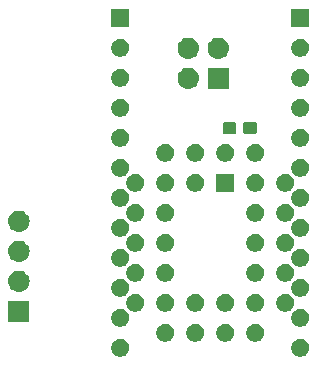
<source format=gbs>
G04 #@! TF.GenerationSoftware,KiCad,Pcbnew,(5.1.0)-1*
G04 #@! TF.CreationDate,2021-03-18T21:34:57+01:00*
G04 #@! TF.ProjectId,Atari OSS Cartridge internal,41746172-6920-44f5-9353-204361727472,rev?*
G04 #@! TF.SameCoordinates,Original*
G04 #@! TF.FileFunction,Soldermask,Bot*
G04 #@! TF.FilePolarity,Negative*
%FSLAX46Y46*%
G04 Gerber Fmt 4.6, Leading zero omitted, Abs format (unit mm)*
G04 Created by KiCad (PCBNEW (5.1.0)-1) date 2021-03-18 21:34:57*
%MOMM*%
%LPD*%
G04 APERTURE LIST*
%ADD10C,0.100000*%
G04 APERTURE END LIST*
D10*
G36*
X145078525Y-114024290D02*
G01*
X145217238Y-114081747D01*
X145342072Y-114165158D01*
X145448242Y-114271328D01*
X145531653Y-114396162D01*
X145589110Y-114534875D01*
X145618400Y-114682129D01*
X145618400Y-114832271D01*
X145589110Y-114979525D01*
X145531653Y-115118238D01*
X145448242Y-115243072D01*
X145342072Y-115349242D01*
X145217238Y-115432653D01*
X145078525Y-115490110D01*
X144931271Y-115519400D01*
X144781129Y-115519400D01*
X144633875Y-115490110D01*
X144495162Y-115432653D01*
X144370328Y-115349242D01*
X144264158Y-115243072D01*
X144180747Y-115118238D01*
X144123290Y-114979525D01*
X144094000Y-114832271D01*
X144094000Y-114682129D01*
X144123290Y-114534875D01*
X144180747Y-114396162D01*
X144264158Y-114271328D01*
X144370328Y-114165158D01*
X144495162Y-114081747D01*
X144633875Y-114024290D01*
X144781129Y-113995000D01*
X144931271Y-113995000D01*
X145078525Y-114024290D01*
X145078525Y-114024290D01*
G37*
G36*
X129838525Y-114024290D02*
G01*
X129977238Y-114081747D01*
X130102072Y-114165158D01*
X130208242Y-114271328D01*
X130291653Y-114396162D01*
X130349110Y-114534875D01*
X130378400Y-114682129D01*
X130378400Y-114832271D01*
X130349110Y-114979525D01*
X130291653Y-115118238D01*
X130208242Y-115243072D01*
X130102072Y-115349242D01*
X129977238Y-115432653D01*
X129838525Y-115490110D01*
X129691271Y-115519400D01*
X129541129Y-115519400D01*
X129393875Y-115490110D01*
X129255162Y-115432653D01*
X129130328Y-115349242D01*
X129024158Y-115243072D01*
X128940747Y-115118238D01*
X128883290Y-114979525D01*
X128854000Y-114832271D01*
X128854000Y-114682129D01*
X128883290Y-114534875D01*
X128940747Y-114396162D01*
X129024158Y-114271328D01*
X129130328Y-114165158D01*
X129255162Y-114081747D01*
X129393875Y-114024290D01*
X129541129Y-113995000D01*
X129691271Y-113995000D01*
X129838525Y-114024290D01*
X129838525Y-114024290D01*
G37*
G36*
X138728525Y-112754290D02*
G01*
X138867238Y-112811747D01*
X138992072Y-112895158D01*
X139098242Y-113001328D01*
X139181653Y-113126162D01*
X139239110Y-113264875D01*
X139268400Y-113412129D01*
X139268400Y-113562271D01*
X139239110Y-113709525D01*
X139181653Y-113848238D01*
X139098242Y-113973072D01*
X138992072Y-114079242D01*
X138867238Y-114162653D01*
X138728525Y-114220110D01*
X138581271Y-114249400D01*
X138431129Y-114249400D01*
X138283875Y-114220110D01*
X138145162Y-114162653D01*
X138020328Y-114079242D01*
X137914158Y-113973072D01*
X137830747Y-113848238D01*
X137773290Y-113709525D01*
X137744000Y-113562271D01*
X137744000Y-113412129D01*
X137773290Y-113264875D01*
X137830747Y-113126162D01*
X137914158Y-113001328D01*
X138020328Y-112895158D01*
X138145162Y-112811747D01*
X138283875Y-112754290D01*
X138431129Y-112725000D01*
X138581271Y-112725000D01*
X138728525Y-112754290D01*
X138728525Y-112754290D01*
G37*
G36*
X141268525Y-112754290D02*
G01*
X141407238Y-112811747D01*
X141532072Y-112895158D01*
X141638242Y-113001328D01*
X141721653Y-113126162D01*
X141779110Y-113264875D01*
X141808400Y-113412129D01*
X141808400Y-113562271D01*
X141779110Y-113709525D01*
X141721653Y-113848238D01*
X141638242Y-113973072D01*
X141532072Y-114079242D01*
X141407238Y-114162653D01*
X141268525Y-114220110D01*
X141121271Y-114249400D01*
X140971129Y-114249400D01*
X140823875Y-114220110D01*
X140685162Y-114162653D01*
X140560328Y-114079242D01*
X140454158Y-113973072D01*
X140370747Y-113848238D01*
X140313290Y-113709525D01*
X140284000Y-113562271D01*
X140284000Y-113412129D01*
X140313290Y-113264875D01*
X140370747Y-113126162D01*
X140454158Y-113001328D01*
X140560328Y-112895158D01*
X140685162Y-112811747D01*
X140823875Y-112754290D01*
X140971129Y-112725000D01*
X141121271Y-112725000D01*
X141268525Y-112754290D01*
X141268525Y-112754290D01*
G37*
G36*
X136188525Y-112754290D02*
G01*
X136327238Y-112811747D01*
X136452072Y-112895158D01*
X136558242Y-113001328D01*
X136641653Y-113126162D01*
X136699110Y-113264875D01*
X136728400Y-113412129D01*
X136728400Y-113562271D01*
X136699110Y-113709525D01*
X136641653Y-113848238D01*
X136558242Y-113973072D01*
X136452072Y-114079242D01*
X136327238Y-114162653D01*
X136188525Y-114220110D01*
X136041271Y-114249400D01*
X135891129Y-114249400D01*
X135743875Y-114220110D01*
X135605162Y-114162653D01*
X135480328Y-114079242D01*
X135374158Y-113973072D01*
X135290747Y-113848238D01*
X135233290Y-113709525D01*
X135204000Y-113562271D01*
X135204000Y-113412129D01*
X135233290Y-113264875D01*
X135290747Y-113126162D01*
X135374158Y-113001328D01*
X135480328Y-112895158D01*
X135605162Y-112811747D01*
X135743875Y-112754290D01*
X135891129Y-112725000D01*
X136041271Y-112725000D01*
X136188525Y-112754290D01*
X136188525Y-112754290D01*
G37*
G36*
X133648525Y-112754290D02*
G01*
X133787238Y-112811747D01*
X133912072Y-112895158D01*
X134018242Y-113001328D01*
X134101653Y-113126162D01*
X134159110Y-113264875D01*
X134188400Y-113412129D01*
X134188400Y-113562271D01*
X134159110Y-113709525D01*
X134101653Y-113848238D01*
X134018242Y-113973072D01*
X133912072Y-114079242D01*
X133787238Y-114162653D01*
X133648525Y-114220110D01*
X133501271Y-114249400D01*
X133351129Y-114249400D01*
X133203875Y-114220110D01*
X133065162Y-114162653D01*
X132940328Y-114079242D01*
X132834158Y-113973072D01*
X132750747Y-113848238D01*
X132693290Y-113709525D01*
X132664000Y-113562271D01*
X132664000Y-113412129D01*
X132693290Y-113264875D01*
X132750747Y-113126162D01*
X132834158Y-113001328D01*
X132940328Y-112895158D01*
X133065162Y-112811747D01*
X133203875Y-112754290D01*
X133351129Y-112725000D01*
X133501271Y-112725000D01*
X133648525Y-112754290D01*
X133648525Y-112754290D01*
G37*
G36*
X129838525Y-111484290D02*
G01*
X129977238Y-111541747D01*
X130102072Y-111625158D01*
X130208242Y-111731328D01*
X130291653Y-111856162D01*
X130349110Y-111994875D01*
X130378400Y-112142129D01*
X130378400Y-112292271D01*
X130349110Y-112439525D01*
X130291653Y-112578238D01*
X130208242Y-112703072D01*
X130102072Y-112809242D01*
X129977238Y-112892653D01*
X129838525Y-112950110D01*
X129691271Y-112979400D01*
X129541129Y-112979400D01*
X129393875Y-112950110D01*
X129255162Y-112892653D01*
X129130328Y-112809242D01*
X129024158Y-112703072D01*
X128940747Y-112578238D01*
X128883290Y-112439525D01*
X128854000Y-112292271D01*
X128854000Y-112142129D01*
X128883290Y-111994875D01*
X128940747Y-111856162D01*
X129024158Y-111731328D01*
X129130328Y-111625158D01*
X129255162Y-111541747D01*
X129393875Y-111484290D01*
X129541129Y-111455000D01*
X129691271Y-111455000D01*
X129838525Y-111484290D01*
X129838525Y-111484290D01*
G37*
G36*
X145078525Y-111484290D02*
G01*
X145217238Y-111541747D01*
X145342072Y-111625158D01*
X145448242Y-111731328D01*
X145531653Y-111856162D01*
X145589110Y-111994875D01*
X145618400Y-112142129D01*
X145618400Y-112292271D01*
X145589110Y-112439525D01*
X145531653Y-112578238D01*
X145448242Y-112703072D01*
X145342072Y-112809242D01*
X145217238Y-112892653D01*
X145078525Y-112950110D01*
X144931271Y-112979400D01*
X144781129Y-112979400D01*
X144633875Y-112950110D01*
X144495162Y-112892653D01*
X144370328Y-112809242D01*
X144264158Y-112703072D01*
X144180747Y-112578238D01*
X144123290Y-112439525D01*
X144094000Y-112292271D01*
X144094000Y-112142129D01*
X144123290Y-111994875D01*
X144180747Y-111856162D01*
X144264158Y-111731328D01*
X144370328Y-111625158D01*
X144495162Y-111541747D01*
X144633875Y-111484290D01*
X144781129Y-111455000D01*
X144931271Y-111455000D01*
X145078525Y-111484290D01*
X145078525Y-111484290D01*
G37*
G36*
X121932000Y-112584800D02*
G01*
X120130000Y-112584800D01*
X120130000Y-110782800D01*
X121932000Y-110782800D01*
X121932000Y-112584800D01*
X121932000Y-112584800D01*
G37*
G36*
X138728525Y-110214290D02*
G01*
X138867238Y-110271747D01*
X138992072Y-110355158D01*
X139098242Y-110461328D01*
X139181653Y-110586162D01*
X139239110Y-110724875D01*
X139268400Y-110872129D01*
X139268400Y-111022271D01*
X139239110Y-111169525D01*
X139181653Y-111308238D01*
X139098242Y-111433072D01*
X138992072Y-111539242D01*
X138867238Y-111622653D01*
X138728525Y-111680110D01*
X138581271Y-111709400D01*
X138431129Y-111709400D01*
X138283875Y-111680110D01*
X138145162Y-111622653D01*
X138020328Y-111539242D01*
X137914158Y-111433072D01*
X137830747Y-111308238D01*
X137773290Y-111169525D01*
X137744000Y-111022271D01*
X137744000Y-110872129D01*
X137773290Y-110724875D01*
X137830747Y-110586162D01*
X137914158Y-110461328D01*
X138020328Y-110355158D01*
X138145162Y-110271747D01*
X138283875Y-110214290D01*
X138431129Y-110185000D01*
X138581271Y-110185000D01*
X138728525Y-110214290D01*
X138728525Y-110214290D01*
G37*
G36*
X131108525Y-110214290D02*
G01*
X131247238Y-110271747D01*
X131372072Y-110355158D01*
X131478242Y-110461328D01*
X131561653Y-110586162D01*
X131619110Y-110724875D01*
X131648400Y-110872129D01*
X131648400Y-111022271D01*
X131619110Y-111169525D01*
X131561653Y-111308238D01*
X131478242Y-111433072D01*
X131372072Y-111539242D01*
X131247238Y-111622653D01*
X131108525Y-111680110D01*
X130961271Y-111709400D01*
X130811129Y-111709400D01*
X130663875Y-111680110D01*
X130525162Y-111622653D01*
X130400328Y-111539242D01*
X130294158Y-111433072D01*
X130210747Y-111308238D01*
X130153290Y-111169525D01*
X130124000Y-111022271D01*
X130124000Y-110872129D01*
X130153290Y-110724875D01*
X130210747Y-110586162D01*
X130294158Y-110461328D01*
X130400328Y-110355158D01*
X130525162Y-110271747D01*
X130663875Y-110214290D01*
X130811129Y-110185000D01*
X130961271Y-110185000D01*
X131108525Y-110214290D01*
X131108525Y-110214290D01*
G37*
G36*
X136188525Y-110214290D02*
G01*
X136327238Y-110271747D01*
X136452072Y-110355158D01*
X136558242Y-110461328D01*
X136641653Y-110586162D01*
X136699110Y-110724875D01*
X136728400Y-110872129D01*
X136728400Y-111022271D01*
X136699110Y-111169525D01*
X136641653Y-111308238D01*
X136558242Y-111433072D01*
X136452072Y-111539242D01*
X136327238Y-111622653D01*
X136188525Y-111680110D01*
X136041271Y-111709400D01*
X135891129Y-111709400D01*
X135743875Y-111680110D01*
X135605162Y-111622653D01*
X135480328Y-111539242D01*
X135374158Y-111433072D01*
X135290747Y-111308238D01*
X135233290Y-111169525D01*
X135204000Y-111022271D01*
X135204000Y-110872129D01*
X135233290Y-110724875D01*
X135290747Y-110586162D01*
X135374158Y-110461328D01*
X135480328Y-110355158D01*
X135605162Y-110271747D01*
X135743875Y-110214290D01*
X135891129Y-110185000D01*
X136041271Y-110185000D01*
X136188525Y-110214290D01*
X136188525Y-110214290D01*
G37*
G36*
X133648525Y-110214290D02*
G01*
X133787238Y-110271747D01*
X133912072Y-110355158D01*
X134018242Y-110461328D01*
X134101653Y-110586162D01*
X134159110Y-110724875D01*
X134188400Y-110872129D01*
X134188400Y-111022271D01*
X134159110Y-111169525D01*
X134101653Y-111308238D01*
X134018242Y-111433072D01*
X133912072Y-111539242D01*
X133787238Y-111622653D01*
X133648525Y-111680110D01*
X133501271Y-111709400D01*
X133351129Y-111709400D01*
X133203875Y-111680110D01*
X133065162Y-111622653D01*
X132940328Y-111539242D01*
X132834158Y-111433072D01*
X132750747Y-111308238D01*
X132693290Y-111169525D01*
X132664000Y-111022271D01*
X132664000Y-110872129D01*
X132693290Y-110724875D01*
X132750747Y-110586162D01*
X132834158Y-110461328D01*
X132940328Y-110355158D01*
X133065162Y-110271747D01*
X133203875Y-110214290D01*
X133351129Y-110185000D01*
X133501271Y-110185000D01*
X133648525Y-110214290D01*
X133648525Y-110214290D01*
G37*
G36*
X143808525Y-110214290D02*
G01*
X143947238Y-110271747D01*
X144072072Y-110355158D01*
X144178242Y-110461328D01*
X144261653Y-110586162D01*
X144319110Y-110724875D01*
X144348400Y-110872129D01*
X144348400Y-111022271D01*
X144319110Y-111169525D01*
X144261653Y-111308238D01*
X144178242Y-111433072D01*
X144072072Y-111539242D01*
X143947238Y-111622653D01*
X143808525Y-111680110D01*
X143661271Y-111709400D01*
X143511129Y-111709400D01*
X143363875Y-111680110D01*
X143225162Y-111622653D01*
X143100328Y-111539242D01*
X142994158Y-111433072D01*
X142910747Y-111308238D01*
X142853290Y-111169525D01*
X142824000Y-111022271D01*
X142824000Y-110872129D01*
X142853290Y-110724875D01*
X142910747Y-110586162D01*
X142994158Y-110461328D01*
X143100328Y-110355158D01*
X143225162Y-110271747D01*
X143363875Y-110214290D01*
X143511129Y-110185000D01*
X143661271Y-110185000D01*
X143808525Y-110214290D01*
X143808525Y-110214290D01*
G37*
G36*
X141268525Y-110214290D02*
G01*
X141407238Y-110271747D01*
X141532072Y-110355158D01*
X141638242Y-110461328D01*
X141721653Y-110586162D01*
X141779110Y-110724875D01*
X141808400Y-110872129D01*
X141808400Y-111022271D01*
X141779110Y-111169525D01*
X141721653Y-111308238D01*
X141638242Y-111433072D01*
X141532072Y-111539242D01*
X141407238Y-111622653D01*
X141268525Y-111680110D01*
X141121271Y-111709400D01*
X140971129Y-111709400D01*
X140823875Y-111680110D01*
X140685162Y-111622653D01*
X140560328Y-111539242D01*
X140454158Y-111433072D01*
X140370747Y-111308238D01*
X140313290Y-111169525D01*
X140284000Y-111022271D01*
X140284000Y-110872129D01*
X140313290Y-110724875D01*
X140370747Y-110586162D01*
X140454158Y-110461328D01*
X140560328Y-110355158D01*
X140685162Y-110271747D01*
X140823875Y-110214290D01*
X140971129Y-110185000D01*
X141121271Y-110185000D01*
X141268525Y-110214290D01*
X141268525Y-110214290D01*
G37*
G36*
X145078525Y-108944290D02*
G01*
X145217238Y-109001747D01*
X145342072Y-109085158D01*
X145448242Y-109191328D01*
X145531653Y-109316162D01*
X145589110Y-109454875D01*
X145618400Y-109602129D01*
X145618400Y-109752271D01*
X145589110Y-109899525D01*
X145531653Y-110038238D01*
X145448242Y-110163072D01*
X145342072Y-110269242D01*
X145217238Y-110352653D01*
X145078525Y-110410110D01*
X144931271Y-110439400D01*
X144781129Y-110439400D01*
X144633875Y-110410110D01*
X144495162Y-110352653D01*
X144370328Y-110269242D01*
X144264158Y-110163072D01*
X144180747Y-110038238D01*
X144123290Y-109899525D01*
X144094000Y-109752271D01*
X144094000Y-109602129D01*
X144123290Y-109454875D01*
X144180747Y-109316162D01*
X144264158Y-109191328D01*
X144370328Y-109085158D01*
X144495162Y-109001747D01*
X144633875Y-108944290D01*
X144781129Y-108915000D01*
X144931271Y-108915000D01*
X145078525Y-108944290D01*
X145078525Y-108944290D01*
G37*
G36*
X129838525Y-108944290D02*
G01*
X129977238Y-109001747D01*
X130102072Y-109085158D01*
X130208242Y-109191328D01*
X130291653Y-109316162D01*
X130349110Y-109454875D01*
X130378400Y-109602129D01*
X130378400Y-109752271D01*
X130349110Y-109899525D01*
X130291653Y-110038238D01*
X130208242Y-110163072D01*
X130102072Y-110269242D01*
X129977238Y-110352653D01*
X129838525Y-110410110D01*
X129691271Y-110439400D01*
X129541129Y-110439400D01*
X129393875Y-110410110D01*
X129255162Y-110352653D01*
X129130328Y-110269242D01*
X129024158Y-110163072D01*
X128940747Y-110038238D01*
X128883290Y-109899525D01*
X128854000Y-109752271D01*
X128854000Y-109602129D01*
X128883290Y-109454875D01*
X128940747Y-109316162D01*
X129024158Y-109191328D01*
X129130328Y-109085158D01*
X129255162Y-109001747D01*
X129393875Y-108944290D01*
X129541129Y-108915000D01*
X129691271Y-108915000D01*
X129838525Y-108944290D01*
X129838525Y-108944290D01*
G37*
G36*
X121141443Y-108249319D02*
G01*
X121207627Y-108255837D01*
X121377466Y-108307357D01*
X121533991Y-108391022D01*
X121569729Y-108420352D01*
X121671186Y-108503614D01*
X121754448Y-108605071D01*
X121783778Y-108640809D01*
X121867443Y-108797334D01*
X121918963Y-108967173D01*
X121936359Y-109143800D01*
X121918963Y-109320427D01*
X121867443Y-109490266D01*
X121783778Y-109646791D01*
X121754448Y-109682529D01*
X121671186Y-109783986D01*
X121569729Y-109867248D01*
X121533991Y-109896578D01*
X121377466Y-109980243D01*
X121207627Y-110031763D01*
X121141894Y-110038237D01*
X121075260Y-110044800D01*
X120986740Y-110044800D01*
X120920106Y-110038237D01*
X120854373Y-110031763D01*
X120684534Y-109980243D01*
X120528009Y-109896578D01*
X120492271Y-109867248D01*
X120390814Y-109783986D01*
X120307552Y-109682529D01*
X120278222Y-109646791D01*
X120194557Y-109490266D01*
X120143037Y-109320427D01*
X120125641Y-109143800D01*
X120143037Y-108967173D01*
X120194557Y-108797334D01*
X120278222Y-108640809D01*
X120307552Y-108605071D01*
X120390814Y-108503614D01*
X120492271Y-108420352D01*
X120528009Y-108391022D01*
X120684534Y-108307357D01*
X120854373Y-108255837D01*
X120920557Y-108249319D01*
X120986740Y-108242800D01*
X121075260Y-108242800D01*
X121141443Y-108249319D01*
X121141443Y-108249319D01*
G37*
G36*
X133648525Y-107674290D02*
G01*
X133787238Y-107731747D01*
X133912072Y-107815158D01*
X134018242Y-107921328D01*
X134101653Y-108046162D01*
X134159110Y-108184875D01*
X134188400Y-108332129D01*
X134188400Y-108482271D01*
X134159110Y-108629525D01*
X134101653Y-108768238D01*
X134018242Y-108893072D01*
X133912072Y-108999242D01*
X133787238Y-109082653D01*
X133648525Y-109140110D01*
X133501271Y-109169400D01*
X133351129Y-109169400D01*
X133203875Y-109140110D01*
X133065162Y-109082653D01*
X132940328Y-108999242D01*
X132834158Y-108893072D01*
X132750747Y-108768238D01*
X132693290Y-108629525D01*
X132664000Y-108482271D01*
X132664000Y-108332129D01*
X132693290Y-108184875D01*
X132750747Y-108046162D01*
X132834158Y-107921328D01*
X132940328Y-107815158D01*
X133065162Y-107731747D01*
X133203875Y-107674290D01*
X133351129Y-107645000D01*
X133501271Y-107645000D01*
X133648525Y-107674290D01*
X133648525Y-107674290D01*
G37*
G36*
X143808525Y-107674290D02*
G01*
X143947238Y-107731747D01*
X144072072Y-107815158D01*
X144178242Y-107921328D01*
X144261653Y-108046162D01*
X144319110Y-108184875D01*
X144348400Y-108332129D01*
X144348400Y-108482271D01*
X144319110Y-108629525D01*
X144261653Y-108768238D01*
X144178242Y-108893072D01*
X144072072Y-108999242D01*
X143947238Y-109082653D01*
X143808525Y-109140110D01*
X143661271Y-109169400D01*
X143511129Y-109169400D01*
X143363875Y-109140110D01*
X143225162Y-109082653D01*
X143100328Y-108999242D01*
X142994158Y-108893072D01*
X142910747Y-108768238D01*
X142853290Y-108629525D01*
X142824000Y-108482271D01*
X142824000Y-108332129D01*
X142853290Y-108184875D01*
X142910747Y-108046162D01*
X142994158Y-107921328D01*
X143100328Y-107815158D01*
X143225162Y-107731747D01*
X143363875Y-107674290D01*
X143511129Y-107645000D01*
X143661271Y-107645000D01*
X143808525Y-107674290D01*
X143808525Y-107674290D01*
G37*
G36*
X141268525Y-107674290D02*
G01*
X141407238Y-107731747D01*
X141532072Y-107815158D01*
X141638242Y-107921328D01*
X141721653Y-108046162D01*
X141779110Y-108184875D01*
X141808400Y-108332129D01*
X141808400Y-108482271D01*
X141779110Y-108629525D01*
X141721653Y-108768238D01*
X141638242Y-108893072D01*
X141532072Y-108999242D01*
X141407238Y-109082653D01*
X141268525Y-109140110D01*
X141121271Y-109169400D01*
X140971129Y-109169400D01*
X140823875Y-109140110D01*
X140685162Y-109082653D01*
X140560328Y-108999242D01*
X140454158Y-108893072D01*
X140370747Y-108768238D01*
X140313290Y-108629525D01*
X140284000Y-108482271D01*
X140284000Y-108332129D01*
X140313290Y-108184875D01*
X140370747Y-108046162D01*
X140454158Y-107921328D01*
X140560328Y-107815158D01*
X140685162Y-107731747D01*
X140823875Y-107674290D01*
X140971129Y-107645000D01*
X141121271Y-107645000D01*
X141268525Y-107674290D01*
X141268525Y-107674290D01*
G37*
G36*
X131108525Y-107674290D02*
G01*
X131247238Y-107731747D01*
X131372072Y-107815158D01*
X131478242Y-107921328D01*
X131561653Y-108046162D01*
X131619110Y-108184875D01*
X131648400Y-108332129D01*
X131648400Y-108482271D01*
X131619110Y-108629525D01*
X131561653Y-108768238D01*
X131478242Y-108893072D01*
X131372072Y-108999242D01*
X131247238Y-109082653D01*
X131108525Y-109140110D01*
X130961271Y-109169400D01*
X130811129Y-109169400D01*
X130663875Y-109140110D01*
X130525162Y-109082653D01*
X130400328Y-108999242D01*
X130294158Y-108893072D01*
X130210747Y-108768238D01*
X130153290Y-108629525D01*
X130124000Y-108482271D01*
X130124000Y-108332129D01*
X130153290Y-108184875D01*
X130210747Y-108046162D01*
X130294158Y-107921328D01*
X130400328Y-107815158D01*
X130525162Y-107731747D01*
X130663875Y-107674290D01*
X130811129Y-107645000D01*
X130961271Y-107645000D01*
X131108525Y-107674290D01*
X131108525Y-107674290D01*
G37*
G36*
X129838525Y-106404290D02*
G01*
X129977238Y-106461747D01*
X130102072Y-106545158D01*
X130208242Y-106651328D01*
X130291653Y-106776162D01*
X130349110Y-106914875D01*
X130378400Y-107062129D01*
X130378400Y-107212271D01*
X130349110Y-107359525D01*
X130291653Y-107498238D01*
X130208242Y-107623072D01*
X130102072Y-107729242D01*
X129977238Y-107812653D01*
X129838525Y-107870110D01*
X129691271Y-107899400D01*
X129541129Y-107899400D01*
X129393875Y-107870110D01*
X129255162Y-107812653D01*
X129130328Y-107729242D01*
X129024158Y-107623072D01*
X128940747Y-107498238D01*
X128883290Y-107359525D01*
X128854000Y-107212271D01*
X128854000Y-107062129D01*
X128883290Y-106914875D01*
X128940747Y-106776162D01*
X129024158Y-106651328D01*
X129130328Y-106545158D01*
X129255162Y-106461747D01*
X129393875Y-106404290D01*
X129541129Y-106375000D01*
X129691271Y-106375000D01*
X129838525Y-106404290D01*
X129838525Y-106404290D01*
G37*
G36*
X145078525Y-106404290D02*
G01*
X145217238Y-106461747D01*
X145342072Y-106545158D01*
X145448242Y-106651328D01*
X145531653Y-106776162D01*
X145589110Y-106914875D01*
X145618400Y-107062129D01*
X145618400Y-107212271D01*
X145589110Y-107359525D01*
X145531653Y-107498238D01*
X145448242Y-107623072D01*
X145342072Y-107729242D01*
X145217238Y-107812653D01*
X145078525Y-107870110D01*
X144931271Y-107899400D01*
X144781129Y-107899400D01*
X144633875Y-107870110D01*
X144495162Y-107812653D01*
X144370328Y-107729242D01*
X144264158Y-107623072D01*
X144180747Y-107498238D01*
X144123290Y-107359525D01*
X144094000Y-107212271D01*
X144094000Y-107062129D01*
X144123290Y-106914875D01*
X144180747Y-106776162D01*
X144264158Y-106651328D01*
X144370328Y-106545158D01*
X144495162Y-106461747D01*
X144633875Y-106404290D01*
X144781129Y-106375000D01*
X144931271Y-106375000D01*
X145078525Y-106404290D01*
X145078525Y-106404290D01*
G37*
G36*
X121141442Y-105709318D02*
G01*
X121207627Y-105715837D01*
X121377466Y-105767357D01*
X121533991Y-105851022D01*
X121569729Y-105880352D01*
X121671186Y-105963614D01*
X121754448Y-106065071D01*
X121783778Y-106100809D01*
X121867443Y-106257334D01*
X121918963Y-106427173D01*
X121936359Y-106603800D01*
X121918963Y-106780427D01*
X121867443Y-106950266D01*
X121783778Y-107106791D01*
X121754448Y-107142529D01*
X121671186Y-107243986D01*
X121569729Y-107327248D01*
X121533991Y-107356578D01*
X121377466Y-107440243D01*
X121207627Y-107491763D01*
X121141894Y-107498237D01*
X121075260Y-107504800D01*
X120986740Y-107504800D01*
X120920106Y-107498237D01*
X120854373Y-107491763D01*
X120684534Y-107440243D01*
X120528009Y-107356578D01*
X120492271Y-107327248D01*
X120390814Y-107243986D01*
X120307552Y-107142529D01*
X120278222Y-107106791D01*
X120194557Y-106950266D01*
X120143037Y-106780427D01*
X120125641Y-106603800D01*
X120143037Y-106427173D01*
X120194557Y-106257334D01*
X120278222Y-106100809D01*
X120307552Y-106065071D01*
X120390814Y-105963614D01*
X120492271Y-105880352D01*
X120528009Y-105851022D01*
X120684534Y-105767357D01*
X120854373Y-105715837D01*
X120920558Y-105709318D01*
X120986740Y-105702800D01*
X121075260Y-105702800D01*
X121141442Y-105709318D01*
X121141442Y-105709318D01*
G37*
G36*
X133648525Y-105134290D02*
G01*
X133787238Y-105191747D01*
X133912072Y-105275158D01*
X134018242Y-105381328D01*
X134101653Y-105506162D01*
X134159110Y-105644875D01*
X134188400Y-105792129D01*
X134188400Y-105942271D01*
X134159110Y-106089525D01*
X134101653Y-106228238D01*
X134018242Y-106353072D01*
X133912072Y-106459242D01*
X133787238Y-106542653D01*
X133648525Y-106600110D01*
X133501271Y-106629400D01*
X133351129Y-106629400D01*
X133203875Y-106600110D01*
X133065162Y-106542653D01*
X132940328Y-106459242D01*
X132834158Y-106353072D01*
X132750747Y-106228238D01*
X132693290Y-106089525D01*
X132664000Y-105942271D01*
X132664000Y-105792129D01*
X132693290Y-105644875D01*
X132750747Y-105506162D01*
X132834158Y-105381328D01*
X132940328Y-105275158D01*
X133065162Y-105191747D01*
X133203875Y-105134290D01*
X133351129Y-105105000D01*
X133501271Y-105105000D01*
X133648525Y-105134290D01*
X133648525Y-105134290D01*
G37*
G36*
X131108525Y-105134290D02*
G01*
X131247238Y-105191747D01*
X131372072Y-105275158D01*
X131478242Y-105381328D01*
X131561653Y-105506162D01*
X131619110Y-105644875D01*
X131648400Y-105792129D01*
X131648400Y-105942271D01*
X131619110Y-106089525D01*
X131561653Y-106228238D01*
X131478242Y-106353072D01*
X131372072Y-106459242D01*
X131247238Y-106542653D01*
X131108525Y-106600110D01*
X130961271Y-106629400D01*
X130811129Y-106629400D01*
X130663875Y-106600110D01*
X130525162Y-106542653D01*
X130400328Y-106459242D01*
X130294158Y-106353072D01*
X130210747Y-106228238D01*
X130153290Y-106089525D01*
X130124000Y-105942271D01*
X130124000Y-105792129D01*
X130153290Y-105644875D01*
X130210747Y-105506162D01*
X130294158Y-105381328D01*
X130400328Y-105275158D01*
X130525162Y-105191747D01*
X130663875Y-105134290D01*
X130811129Y-105105000D01*
X130961271Y-105105000D01*
X131108525Y-105134290D01*
X131108525Y-105134290D01*
G37*
G36*
X141268525Y-105134290D02*
G01*
X141407238Y-105191747D01*
X141532072Y-105275158D01*
X141638242Y-105381328D01*
X141721653Y-105506162D01*
X141779110Y-105644875D01*
X141808400Y-105792129D01*
X141808400Y-105942271D01*
X141779110Y-106089525D01*
X141721653Y-106228238D01*
X141638242Y-106353072D01*
X141532072Y-106459242D01*
X141407238Y-106542653D01*
X141268525Y-106600110D01*
X141121271Y-106629400D01*
X140971129Y-106629400D01*
X140823875Y-106600110D01*
X140685162Y-106542653D01*
X140560328Y-106459242D01*
X140454158Y-106353072D01*
X140370747Y-106228238D01*
X140313290Y-106089525D01*
X140284000Y-105942271D01*
X140284000Y-105792129D01*
X140313290Y-105644875D01*
X140370747Y-105506162D01*
X140454158Y-105381328D01*
X140560328Y-105275158D01*
X140685162Y-105191747D01*
X140823875Y-105134290D01*
X140971129Y-105105000D01*
X141121271Y-105105000D01*
X141268525Y-105134290D01*
X141268525Y-105134290D01*
G37*
G36*
X143808525Y-105134290D02*
G01*
X143947238Y-105191747D01*
X144072072Y-105275158D01*
X144178242Y-105381328D01*
X144261653Y-105506162D01*
X144319110Y-105644875D01*
X144348400Y-105792129D01*
X144348400Y-105942271D01*
X144319110Y-106089525D01*
X144261653Y-106228238D01*
X144178242Y-106353072D01*
X144072072Y-106459242D01*
X143947238Y-106542653D01*
X143808525Y-106600110D01*
X143661271Y-106629400D01*
X143511129Y-106629400D01*
X143363875Y-106600110D01*
X143225162Y-106542653D01*
X143100328Y-106459242D01*
X142994158Y-106353072D01*
X142910747Y-106228238D01*
X142853290Y-106089525D01*
X142824000Y-105942271D01*
X142824000Y-105792129D01*
X142853290Y-105644875D01*
X142910747Y-105506162D01*
X142994158Y-105381328D01*
X143100328Y-105275158D01*
X143225162Y-105191747D01*
X143363875Y-105134290D01*
X143511129Y-105105000D01*
X143661271Y-105105000D01*
X143808525Y-105134290D01*
X143808525Y-105134290D01*
G37*
G36*
X145078525Y-103864290D02*
G01*
X145217238Y-103921747D01*
X145342072Y-104005158D01*
X145448242Y-104111328D01*
X145531653Y-104236162D01*
X145589110Y-104374875D01*
X145618400Y-104522129D01*
X145618400Y-104672271D01*
X145589110Y-104819525D01*
X145531653Y-104958238D01*
X145448242Y-105083072D01*
X145342072Y-105189242D01*
X145217238Y-105272653D01*
X145078525Y-105330110D01*
X144931271Y-105359400D01*
X144781129Y-105359400D01*
X144633875Y-105330110D01*
X144495162Y-105272653D01*
X144370328Y-105189242D01*
X144264158Y-105083072D01*
X144180747Y-104958238D01*
X144123290Y-104819525D01*
X144094000Y-104672271D01*
X144094000Y-104522129D01*
X144123290Y-104374875D01*
X144180747Y-104236162D01*
X144264158Y-104111328D01*
X144370328Y-104005158D01*
X144495162Y-103921747D01*
X144633875Y-103864290D01*
X144781129Y-103835000D01*
X144931271Y-103835000D01*
X145078525Y-103864290D01*
X145078525Y-103864290D01*
G37*
G36*
X129838525Y-103864290D02*
G01*
X129977238Y-103921747D01*
X130102072Y-104005158D01*
X130208242Y-104111328D01*
X130291653Y-104236162D01*
X130349110Y-104374875D01*
X130378400Y-104522129D01*
X130378400Y-104672271D01*
X130349110Y-104819525D01*
X130291653Y-104958238D01*
X130208242Y-105083072D01*
X130102072Y-105189242D01*
X129977238Y-105272653D01*
X129838525Y-105330110D01*
X129691271Y-105359400D01*
X129541129Y-105359400D01*
X129393875Y-105330110D01*
X129255162Y-105272653D01*
X129130328Y-105189242D01*
X129024158Y-105083072D01*
X128940747Y-104958238D01*
X128883290Y-104819525D01*
X128854000Y-104672271D01*
X128854000Y-104522129D01*
X128883290Y-104374875D01*
X128940747Y-104236162D01*
X129024158Y-104111328D01*
X129130328Y-104005158D01*
X129255162Y-103921747D01*
X129393875Y-103864290D01*
X129541129Y-103835000D01*
X129691271Y-103835000D01*
X129838525Y-103864290D01*
X129838525Y-103864290D01*
G37*
G36*
X121141442Y-103169318D02*
G01*
X121207627Y-103175837D01*
X121377466Y-103227357D01*
X121533991Y-103311022D01*
X121569729Y-103340352D01*
X121671186Y-103423614D01*
X121754448Y-103525071D01*
X121783778Y-103560809D01*
X121867443Y-103717334D01*
X121918963Y-103887173D01*
X121936359Y-104063800D01*
X121918963Y-104240427D01*
X121867443Y-104410266D01*
X121783778Y-104566791D01*
X121754448Y-104602529D01*
X121671186Y-104703986D01*
X121569729Y-104787248D01*
X121533991Y-104816578D01*
X121377466Y-104900243D01*
X121207627Y-104951763D01*
X121141894Y-104958237D01*
X121075260Y-104964800D01*
X120986740Y-104964800D01*
X120920106Y-104958237D01*
X120854373Y-104951763D01*
X120684534Y-104900243D01*
X120528009Y-104816578D01*
X120492271Y-104787248D01*
X120390814Y-104703986D01*
X120307552Y-104602529D01*
X120278222Y-104566791D01*
X120194557Y-104410266D01*
X120143037Y-104240427D01*
X120125641Y-104063800D01*
X120143037Y-103887173D01*
X120194557Y-103717334D01*
X120278222Y-103560809D01*
X120307552Y-103525071D01*
X120390814Y-103423614D01*
X120492271Y-103340352D01*
X120528009Y-103311022D01*
X120684534Y-103227357D01*
X120854373Y-103175837D01*
X120920557Y-103169319D01*
X120986740Y-103162800D01*
X121075260Y-103162800D01*
X121141442Y-103169318D01*
X121141442Y-103169318D01*
G37*
G36*
X131108525Y-102594290D02*
G01*
X131247238Y-102651747D01*
X131372072Y-102735158D01*
X131478242Y-102841328D01*
X131561653Y-102966162D01*
X131619110Y-103104875D01*
X131648400Y-103252129D01*
X131648400Y-103402271D01*
X131619110Y-103549525D01*
X131561653Y-103688238D01*
X131478242Y-103813072D01*
X131372072Y-103919242D01*
X131247238Y-104002653D01*
X131108525Y-104060110D01*
X130961271Y-104089400D01*
X130811129Y-104089400D01*
X130663875Y-104060110D01*
X130525162Y-104002653D01*
X130400328Y-103919242D01*
X130294158Y-103813072D01*
X130210747Y-103688238D01*
X130153290Y-103549525D01*
X130124000Y-103402271D01*
X130124000Y-103252129D01*
X130153290Y-103104875D01*
X130210747Y-102966162D01*
X130294158Y-102841328D01*
X130400328Y-102735158D01*
X130525162Y-102651747D01*
X130663875Y-102594290D01*
X130811129Y-102565000D01*
X130961271Y-102565000D01*
X131108525Y-102594290D01*
X131108525Y-102594290D01*
G37*
G36*
X133648525Y-102594290D02*
G01*
X133787238Y-102651747D01*
X133912072Y-102735158D01*
X134018242Y-102841328D01*
X134101653Y-102966162D01*
X134159110Y-103104875D01*
X134188400Y-103252129D01*
X134188400Y-103402271D01*
X134159110Y-103549525D01*
X134101653Y-103688238D01*
X134018242Y-103813072D01*
X133912072Y-103919242D01*
X133787238Y-104002653D01*
X133648525Y-104060110D01*
X133501271Y-104089400D01*
X133351129Y-104089400D01*
X133203875Y-104060110D01*
X133065162Y-104002653D01*
X132940328Y-103919242D01*
X132834158Y-103813072D01*
X132750747Y-103688238D01*
X132693290Y-103549525D01*
X132664000Y-103402271D01*
X132664000Y-103252129D01*
X132693290Y-103104875D01*
X132750747Y-102966162D01*
X132834158Y-102841328D01*
X132940328Y-102735158D01*
X133065162Y-102651747D01*
X133203875Y-102594290D01*
X133351129Y-102565000D01*
X133501271Y-102565000D01*
X133648525Y-102594290D01*
X133648525Y-102594290D01*
G37*
G36*
X143808525Y-102594290D02*
G01*
X143947238Y-102651747D01*
X144072072Y-102735158D01*
X144178242Y-102841328D01*
X144261653Y-102966162D01*
X144319110Y-103104875D01*
X144348400Y-103252129D01*
X144348400Y-103402271D01*
X144319110Y-103549525D01*
X144261653Y-103688238D01*
X144178242Y-103813072D01*
X144072072Y-103919242D01*
X143947238Y-104002653D01*
X143808525Y-104060110D01*
X143661271Y-104089400D01*
X143511129Y-104089400D01*
X143363875Y-104060110D01*
X143225162Y-104002653D01*
X143100328Y-103919242D01*
X142994158Y-103813072D01*
X142910747Y-103688238D01*
X142853290Y-103549525D01*
X142824000Y-103402271D01*
X142824000Y-103252129D01*
X142853290Y-103104875D01*
X142910747Y-102966162D01*
X142994158Y-102841328D01*
X143100328Y-102735158D01*
X143225162Y-102651747D01*
X143363875Y-102594290D01*
X143511129Y-102565000D01*
X143661271Y-102565000D01*
X143808525Y-102594290D01*
X143808525Y-102594290D01*
G37*
G36*
X141268525Y-102594290D02*
G01*
X141407238Y-102651747D01*
X141532072Y-102735158D01*
X141638242Y-102841328D01*
X141721653Y-102966162D01*
X141779110Y-103104875D01*
X141808400Y-103252129D01*
X141808400Y-103402271D01*
X141779110Y-103549525D01*
X141721653Y-103688238D01*
X141638242Y-103813072D01*
X141532072Y-103919242D01*
X141407238Y-104002653D01*
X141268525Y-104060110D01*
X141121271Y-104089400D01*
X140971129Y-104089400D01*
X140823875Y-104060110D01*
X140685162Y-104002653D01*
X140560328Y-103919242D01*
X140454158Y-103813072D01*
X140370747Y-103688238D01*
X140313290Y-103549525D01*
X140284000Y-103402271D01*
X140284000Y-103252129D01*
X140313290Y-103104875D01*
X140370747Y-102966162D01*
X140454158Y-102841328D01*
X140560328Y-102735158D01*
X140685162Y-102651747D01*
X140823875Y-102594290D01*
X140971129Y-102565000D01*
X141121271Y-102565000D01*
X141268525Y-102594290D01*
X141268525Y-102594290D01*
G37*
G36*
X145078525Y-101324290D02*
G01*
X145217238Y-101381747D01*
X145342072Y-101465158D01*
X145448242Y-101571328D01*
X145531653Y-101696162D01*
X145589110Y-101834875D01*
X145618400Y-101982129D01*
X145618400Y-102132271D01*
X145589110Y-102279525D01*
X145531653Y-102418238D01*
X145448242Y-102543072D01*
X145342072Y-102649242D01*
X145217238Y-102732653D01*
X145078525Y-102790110D01*
X144931271Y-102819400D01*
X144781129Y-102819400D01*
X144633875Y-102790110D01*
X144495162Y-102732653D01*
X144370328Y-102649242D01*
X144264158Y-102543072D01*
X144180747Y-102418238D01*
X144123290Y-102279525D01*
X144094000Y-102132271D01*
X144094000Y-101982129D01*
X144123290Y-101834875D01*
X144180747Y-101696162D01*
X144264158Y-101571328D01*
X144370328Y-101465158D01*
X144495162Y-101381747D01*
X144633875Y-101324290D01*
X144781129Y-101295000D01*
X144931271Y-101295000D01*
X145078525Y-101324290D01*
X145078525Y-101324290D01*
G37*
G36*
X129838525Y-101324290D02*
G01*
X129977238Y-101381747D01*
X130102072Y-101465158D01*
X130208242Y-101571328D01*
X130291653Y-101696162D01*
X130349110Y-101834875D01*
X130378400Y-101982129D01*
X130378400Y-102132271D01*
X130349110Y-102279525D01*
X130291653Y-102418238D01*
X130208242Y-102543072D01*
X130102072Y-102649242D01*
X129977238Y-102732653D01*
X129838525Y-102790110D01*
X129691271Y-102819400D01*
X129541129Y-102819400D01*
X129393875Y-102790110D01*
X129255162Y-102732653D01*
X129130328Y-102649242D01*
X129024158Y-102543072D01*
X128940747Y-102418238D01*
X128883290Y-102279525D01*
X128854000Y-102132271D01*
X128854000Y-101982129D01*
X128883290Y-101834875D01*
X128940747Y-101696162D01*
X129024158Y-101571328D01*
X129130328Y-101465158D01*
X129255162Y-101381747D01*
X129393875Y-101324290D01*
X129541129Y-101295000D01*
X129691271Y-101295000D01*
X129838525Y-101324290D01*
X129838525Y-101324290D01*
G37*
G36*
X131108525Y-100054290D02*
G01*
X131247238Y-100111747D01*
X131372072Y-100195158D01*
X131478242Y-100301328D01*
X131561653Y-100426162D01*
X131619110Y-100564875D01*
X131648400Y-100712129D01*
X131648400Y-100862271D01*
X131619110Y-101009525D01*
X131561653Y-101148238D01*
X131478242Y-101273072D01*
X131372072Y-101379242D01*
X131247238Y-101462653D01*
X131108525Y-101520110D01*
X130961271Y-101549400D01*
X130811129Y-101549400D01*
X130663875Y-101520110D01*
X130525162Y-101462653D01*
X130400328Y-101379242D01*
X130294158Y-101273072D01*
X130210747Y-101148238D01*
X130153290Y-101009525D01*
X130124000Y-100862271D01*
X130124000Y-100712129D01*
X130153290Y-100564875D01*
X130210747Y-100426162D01*
X130294158Y-100301328D01*
X130400328Y-100195158D01*
X130525162Y-100111747D01*
X130663875Y-100054290D01*
X130811129Y-100025000D01*
X130961271Y-100025000D01*
X131108525Y-100054290D01*
X131108525Y-100054290D01*
G37*
G36*
X143808525Y-100054290D02*
G01*
X143947238Y-100111747D01*
X144072072Y-100195158D01*
X144178242Y-100301328D01*
X144261653Y-100426162D01*
X144319110Y-100564875D01*
X144348400Y-100712129D01*
X144348400Y-100862271D01*
X144319110Y-101009525D01*
X144261653Y-101148238D01*
X144178242Y-101273072D01*
X144072072Y-101379242D01*
X143947238Y-101462653D01*
X143808525Y-101520110D01*
X143661271Y-101549400D01*
X143511129Y-101549400D01*
X143363875Y-101520110D01*
X143225162Y-101462653D01*
X143100328Y-101379242D01*
X142994158Y-101273072D01*
X142910747Y-101148238D01*
X142853290Y-101009525D01*
X142824000Y-100862271D01*
X142824000Y-100712129D01*
X142853290Y-100564875D01*
X142910747Y-100426162D01*
X142994158Y-100301328D01*
X143100328Y-100195158D01*
X143225162Y-100111747D01*
X143363875Y-100054290D01*
X143511129Y-100025000D01*
X143661271Y-100025000D01*
X143808525Y-100054290D01*
X143808525Y-100054290D01*
G37*
G36*
X141268525Y-100054290D02*
G01*
X141407238Y-100111747D01*
X141532072Y-100195158D01*
X141638242Y-100301328D01*
X141721653Y-100426162D01*
X141779110Y-100564875D01*
X141808400Y-100712129D01*
X141808400Y-100862271D01*
X141779110Y-101009525D01*
X141721653Y-101148238D01*
X141638242Y-101273072D01*
X141532072Y-101379242D01*
X141407238Y-101462653D01*
X141268525Y-101520110D01*
X141121271Y-101549400D01*
X140971129Y-101549400D01*
X140823875Y-101520110D01*
X140685162Y-101462653D01*
X140560328Y-101379242D01*
X140454158Y-101273072D01*
X140370747Y-101148238D01*
X140313290Y-101009525D01*
X140284000Y-100862271D01*
X140284000Y-100712129D01*
X140313290Y-100564875D01*
X140370747Y-100426162D01*
X140454158Y-100301328D01*
X140560328Y-100195158D01*
X140685162Y-100111747D01*
X140823875Y-100054290D01*
X140971129Y-100025000D01*
X141121271Y-100025000D01*
X141268525Y-100054290D01*
X141268525Y-100054290D01*
G37*
G36*
X133648525Y-100054290D02*
G01*
X133787238Y-100111747D01*
X133912072Y-100195158D01*
X134018242Y-100301328D01*
X134101653Y-100426162D01*
X134159110Y-100564875D01*
X134188400Y-100712129D01*
X134188400Y-100862271D01*
X134159110Y-101009525D01*
X134101653Y-101148238D01*
X134018242Y-101273072D01*
X133912072Y-101379242D01*
X133787238Y-101462653D01*
X133648525Y-101520110D01*
X133501271Y-101549400D01*
X133351129Y-101549400D01*
X133203875Y-101520110D01*
X133065162Y-101462653D01*
X132940328Y-101379242D01*
X132834158Y-101273072D01*
X132750747Y-101148238D01*
X132693290Y-101009525D01*
X132664000Y-100862271D01*
X132664000Y-100712129D01*
X132693290Y-100564875D01*
X132750747Y-100426162D01*
X132834158Y-100301328D01*
X132940328Y-100195158D01*
X133065162Y-100111747D01*
X133203875Y-100054290D01*
X133351129Y-100025000D01*
X133501271Y-100025000D01*
X133648525Y-100054290D01*
X133648525Y-100054290D01*
G37*
G36*
X136188525Y-100054290D02*
G01*
X136327238Y-100111747D01*
X136452072Y-100195158D01*
X136558242Y-100301328D01*
X136641653Y-100426162D01*
X136699110Y-100564875D01*
X136728400Y-100712129D01*
X136728400Y-100862271D01*
X136699110Y-101009525D01*
X136641653Y-101148238D01*
X136558242Y-101273072D01*
X136452072Y-101379242D01*
X136327238Y-101462653D01*
X136188525Y-101520110D01*
X136041271Y-101549400D01*
X135891129Y-101549400D01*
X135743875Y-101520110D01*
X135605162Y-101462653D01*
X135480328Y-101379242D01*
X135374158Y-101273072D01*
X135290747Y-101148238D01*
X135233290Y-101009525D01*
X135204000Y-100862271D01*
X135204000Y-100712129D01*
X135233290Y-100564875D01*
X135290747Y-100426162D01*
X135374158Y-100301328D01*
X135480328Y-100195158D01*
X135605162Y-100111747D01*
X135743875Y-100054290D01*
X135891129Y-100025000D01*
X136041271Y-100025000D01*
X136188525Y-100054290D01*
X136188525Y-100054290D01*
G37*
G36*
X139268400Y-101549400D02*
G01*
X137744000Y-101549400D01*
X137744000Y-100025000D01*
X139268400Y-100025000D01*
X139268400Y-101549400D01*
X139268400Y-101549400D01*
G37*
G36*
X129838525Y-98784290D02*
G01*
X129977238Y-98841747D01*
X130102072Y-98925158D01*
X130208242Y-99031328D01*
X130291653Y-99156162D01*
X130349110Y-99294875D01*
X130378400Y-99442129D01*
X130378400Y-99592271D01*
X130349110Y-99739525D01*
X130291653Y-99878238D01*
X130208242Y-100003072D01*
X130102072Y-100109242D01*
X129977238Y-100192653D01*
X129838525Y-100250110D01*
X129691271Y-100279400D01*
X129541129Y-100279400D01*
X129393875Y-100250110D01*
X129255162Y-100192653D01*
X129130328Y-100109242D01*
X129024158Y-100003072D01*
X128940747Y-99878238D01*
X128883290Y-99739525D01*
X128854000Y-99592271D01*
X128854000Y-99442129D01*
X128883290Y-99294875D01*
X128940747Y-99156162D01*
X129024158Y-99031328D01*
X129130328Y-98925158D01*
X129255162Y-98841747D01*
X129393875Y-98784290D01*
X129541129Y-98755000D01*
X129691271Y-98755000D01*
X129838525Y-98784290D01*
X129838525Y-98784290D01*
G37*
G36*
X145078525Y-98784290D02*
G01*
X145217238Y-98841747D01*
X145342072Y-98925158D01*
X145448242Y-99031328D01*
X145531653Y-99156162D01*
X145589110Y-99294875D01*
X145618400Y-99442129D01*
X145618400Y-99592271D01*
X145589110Y-99739525D01*
X145531653Y-99878238D01*
X145448242Y-100003072D01*
X145342072Y-100109242D01*
X145217238Y-100192653D01*
X145078525Y-100250110D01*
X144931271Y-100279400D01*
X144781129Y-100279400D01*
X144633875Y-100250110D01*
X144495162Y-100192653D01*
X144370328Y-100109242D01*
X144264158Y-100003072D01*
X144180747Y-99878238D01*
X144123290Y-99739525D01*
X144094000Y-99592271D01*
X144094000Y-99442129D01*
X144123290Y-99294875D01*
X144180747Y-99156162D01*
X144264158Y-99031328D01*
X144370328Y-98925158D01*
X144495162Y-98841747D01*
X144633875Y-98784290D01*
X144781129Y-98755000D01*
X144931271Y-98755000D01*
X145078525Y-98784290D01*
X145078525Y-98784290D01*
G37*
G36*
X141268525Y-97514290D02*
G01*
X141407238Y-97571747D01*
X141532072Y-97655158D01*
X141638242Y-97761328D01*
X141721653Y-97886162D01*
X141779110Y-98024875D01*
X141808400Y-98172129D01*
X141808400Y-98322271D01*
X141779110Y-98469525D01*
X141721653Y-98608238D01*
X141638242Y-98733072D01*
X141532072Y-98839242D01*
X141407238Y-98922653D01*
X141268525Y-98980110D01*
X141121271Y-99009400D01*
X140971129Y-99009400D01*
X140823875Y-98980110D01*
X140685162Y-98922653D01*
X140560328Y-98839242D01*
X140454158Y-98733072D01*
X140370747Y-98608238D01*
X140313290Y-98469525D01*
X140284000Y-98322271D01*
X140284000Y-98172129D01*
X140313290Y-98024875D01*
X140370747Y-97886162D01*
X140454158Y-97761328D01*
X140560328Y-97655158D01*
X140685162Y-97571747D01*
X140823875Y-97514290D01*
X140971129Y-97485000D01*
X141121271Y-97485000D01*
X141268525Y-97514290D01*
X141268525Y-97514290D01*
G37*
G36*
X138728525Y-97514290D02*
G01*
X138867238Y-97571747D01*
X138992072Y-97655158D01*
X139098242Y-97761328D01*
X139181653Y-97886162D01*
X139239110Y-98024875D01*
X139268400Y-98172129D01*
X139268400Y-98322271D01*
X139239110Y-98469525D01*
X139181653Y-98608238D01*
X139098242Y-98733072D01*
X138992072Y-98839242D01*
X138867238Y-98922653D01*
X138728525Y-98980110D01*
X138581271Y-99009400D01*
X138431129Y-99009400D01*
X138283875Y-98980110D01*
X138145162Y-98922653D01*
X138020328Y-98839242D01*
X137914158Y-98733072D01*
X137830747Y-98608238D01*
X137773290Y-98469525D01*
X137744000Y-98322271D01*
X137744000Y-98172129D01*
X137773290Y-98024875D01*
X137830747Y-97886162D01*
X137914158Y-97761328D01*
X138020328Y-97655158D01*
X138145162Y-97571747D01*
X138283875Y-97514290D01*
X138431129Y-97485000D01*
X138581271Y-97485000D01*
X138728525Y-97514290D01*
X138728525Y-97514290D01*
G37*
G36*
X133648525Y-97514290D02*
G01*
X133787238Y-97571747D01*
X133912072Y-97655158D01*
X134018242Y-97761328D01*
X134101653Y-97886162D01*
X134159110Y-98024875D01*
X134188400Y-98172129D01*
X134188400Y-98322271D01*
X134159110Y-98469525D01*
X134101653Y-98608238D01*
X134018242Y-98733072D01*
X133912072Y-98839242D01*
X133787238Y-98922653D01*
X133648525Y-98980110D01*
X133501271Y-99009400D01*
X133351129Y-99009400D01*
X133203875Y-98980110D01*
X133065162Y-98922653D01*
X132940328Y-98839242D01*
X132834158Y-98733072D01*
X132750747Y-98608238D01*
X132693290Y-98469525D01*
X132664000Y-98322271D01*
X132664000Y-98172129D01*
X132693290Y-98024875D01*
X132750747Y-97886162D01*
X132834158Y-97761328D01*
X132940328Y-97655158D01*
X133065162Y-97571747D01*
X133203875Y-97514290D01*
X133351129Y-97485000D01*
X133501271Y-97485000D01*
X133648525Y-97514290D01*
X133648525Y-97514290D01*
G37*
G36*
X136188525Y-97514290D02*
G01*
X136327238Y-97571747D01*
X136452072Y-97655158D01*
X136558242Y-97761328D01*
X136641653Y-97886162D01*
X136699110Y-98024875D01*
X136728400Y-98172129D01*
X136728400Y-98322271D01*
X136699110Y-98469525D01*
X136641653Y-98608238D01*
X136558242Y-98733072D01*
X136452072Y-98839242D01*
X136327238Y-98922653D01*
X136188525Y-98980110D01*
X136041271Y-99009400D01*
X135891129Y-99009400D01*
X135743875Y-98980110D01*
X135605162Y-98922653D01*
X135480328Y-98839242D01*
X135374158Y-98733072D01*
X135290747Y-98608238D01*
X135233290Y-98469525D01*
X135204000Y-98322271D01*
X135204000Y-98172129D01*
X135233290Y-98024875D01*
X135290747Y-97886162D01*
X135374158Y-97761328D01*
X135480328Y-97655158D01*
X135605162Y-97571747D01*
X135743875Y-97514290D01*
X135891129Y-97485000D01*
X136041271Y-97485000D01*
X136188525Y-97514290D01*
X136188525Y-97514290D01*
G37*
G36*
X129838525Y-96244290D02*
G01*
X129977238Y-96301747D01*
X130102072Y-96385158D01*
X130208242Y-96491328D01*
X130291653Y-96616162D01*
X130349110Y-96754875D01*
X130378400Y-96902129D01*
X130378400Y-97052271D01*
X130349110Y-97199525D01*
X130291653Y-97338238D01*
X130208242Y-97463072D01*
X130102072Y-97569242D01*
X129977238Y-97652653D01*
X129838525Y-97710110D01*
X129691271Y-97739400D01*
X129541129Y-97739400D01*
X129393875Y-97710110D01*
X129255162Y-97652653D01*
X129130328Y-97569242D01*
X129024158Y-97463072D01*
X128940747Y-97338238D01*
X128883290Y-97199525D01*
X128854000Y-97052271D01*
X128854000Y-96902129D01*
X128883290Y-96754875D01*
X128940747Y-96616162D01*
X129024158Y-96491328D01*
X129130328Y-96385158D01*
X129255162Y-96301747D01*
X129393875Y-96244290D01*
X129541129Y-96215000D01*
X129691271Y-96215000D01*
X129838525Y-96244290D01*
X129838525Y-96244290D01*
G37*
G36*
X145078525Y-96244290D02*
G01*
X145217238Y-96301747D01*
X145342072Y-96385158D01*
X145448242Y-96491328D01*
X145531653Y-96616162D01*
X145589110Y-96754875D01*
X145618400Y-96902129D01*
X145618400Y-97052271D01*
X145589110Y-97199525D01*
X145531653Y-97338238D01*
X145448242Y-97463072D01*
X145342072Y-97569242D01*
X145217238Y-97652653D01*
X145078525Y-97710110D01*
X144931271Y-97739400D01*
X144781129Y-97739400D01*
X144633875Y-97710110D01*
X144495162Y-97652653D01*
X144370328Y-97569242D01*
X144264158Y-97463072D01*
X144180747Y-97338238D01*
X144123290Y-97199525D01*
X144094000Y-97052271D01*
X144094000Y-96902129D01*
X144123290Y-96754875D01*
X144180747Y-96616162D01*
X144264158Y-96491328D01*
X144370328Y-96385158D01*
X144495162Y-96301747D01*
X144633875Y-96244290D01*
X144781129Y-96215000D01*
X144931271Y-96215000D01*
X145078525Y-96244290D01*
X145078525Y-96244290D01*
G37*
G36*
X141014899Y-95642845D02*
G01*
X141052395Y-95654220D01*
X141086954Y-95672692D01*
X141117247Y-95697553D01*
X141142108Y-95727846D01*
X141160580Y-95762405D01*
X141171955Y-95799901D01*
X141176400Y-95845038D01*
X141176400Y-96483762D01*
X141171955Y-96528899D01*
X141160580Y-96566395D01*
X141142108Y-96600954D01*
X141117247Y-96631247D01*
X141086954Y-96656108D01*
X141052395Y-96674580D01*
X141014899Y-96685955D01*
X140969762Y-96690400D01*
X140231038Y-96690400D01*
X140185901Y-96685955D01*
X140148405Y-96674580D01*
X140113846Y-96656108D01*
X140083553Y-96631247D01*
X140058692Y-96600954D01*
X140040220Y-96566395D01*
X140028845Y-96528899D01*
X140024400Y-96483762D01*
X140024400Y-95845038D01*
X140028845Y-95799901D01*
X140040220Y-95762405D01*
X140058692Y-95727846D01*
X140083553Y-95697553D01*
X140113846Y-95672692D01*
X140148405Y-95654220D01*
X140185901Y-95642845D01*
X140231038Y-95638400D01*
X140969762Y-95638400D01*
X141014899Y-95642845D01*
X141014899Y-95642845D01*
G37*
G36*
X139264899Y-95642845D02*
G01*
X139302395Y-95654220D01*
X139336954Y-95672692D01*
X139367247Y-95697553D01*
X139392108Y-95727846D01*
X139410580Y-95762405D01*
X139421955Y-95799901D01*
X139426400Y-95845038D01*
X139426400Y-96483762D01*
X139421955Y-96528899D01*
X139410580Y-96566395D01*
X139392108Y-96600954D01*
X139367247Y-96631247D01*
X139336954Y-96656108D01*
X139302395Y-96674580D01*
X139264899Y-96685955D01*
X139219762Y-96690400D01*
X138481038Y-96690400D01*
X138435901Y-96685955D01*
X138398405Y-96674580D01*
X138363846Y-96656108D01*
X138333553Y-96631247D01*
X138308692Y-96600954D01*
X138290220Y-96566395D01*
X138278845Y-96528899D01*
X138274400Y-96483762D01*
X138274400Y-95845038D01*
X138278845Y-95799901D01*
X138290220Y-95762405D01*
X138308692Y-95727846D01*
X138333553Y-95697553D01*
X138363846Y-95672692D01*
X138398405Y-95654220D01*
X138435901Y-95642845D01*
X138481038Y-95638400D01*
X139219762Y-95638400D01*
X139264899Y-95642845D01*
X139264899Y-95642845D01*
G37*
G36*
X145078525Y-93704290D02*
G01*
X145217238Y-93761747D01*
X145342072Y-93845158D01*
X145448242Y-93951328D01*
X145531653Y-94076162D01*
X145589110Y-94214875D01*
X145618400Y-94362129D01*
X145618400Y-94512271D01*
X145589110Y-94659525D01*
X145531653Y-94798238D01*
X145448242Y-94923072D01*
X145342072Y-95029242D01*
X145217238Y-95112653D01*
X145078525Y-95170110D01*
X144931271Y-95199400D01*
X144781129Y-95199400D01*
X144633875Y-95170110D01*
X144495162Y-95112653D01*
X144370328Y-95029242D01*
X144264158Y-94923072D01*
X144180747Y-94798238D01*
X144123290Y-94659525D01*
X144094000Y-94512271D01*
X144094000Y-94362129D01*
X144123290Y-94214875D01*
X144180747Y-94076162D01*
X144264158Y-93951328D01*
X144370328Y-93845158D01*
X144495162Y-93761747D01*
X144633875Y-93704290D01*
X144781129Y-93675000D01*
X144931271Y-93675000D01*
X145078525Y-93704290D01*
X145078525Y-93704290D01*
G37*
G36*
X129838525Y-93704290D02*
G01*
X129977238Y-93761747D01*
X130102072Y-93845158D01*
X130208242Y-93951328D01*
X130291653Y-94076162D01*
X130349110Y-94214875D01*
X130378400Y-94362129D01*
X130378400Y-94512271D01*
X130349110Y-94659525D01*
X130291653Y-94798238D01*
X130208242Y-94923072D01*
X130102072Y-95029242D01*
X129977238Y-95112653D01*
X129838525Y-95170110D01*
X129691271Y-95199400D01*
X129541129Y-95199400D01*
X129393875Y-95170110D01*
X129255162Y-95112653D01*
X129130328Y-95029242D01*
X129024158Y-94923072D01*
X128940747Y-94798238D01*
X128883290Y-94659525D01*
X128854000Y-94512271D01*
X128854000Y-94362129D01*
X128883290Y-94214875D01*
X128940747Y-94076162D01*
X129024158Y-93951328D01*
X129130328Y-93845158D01*
X129255162Y-93761747D01*
X129393875Y-93704290D01*
X129541129Y-93675000D01*
X129691271Y-93675000D01*
X129838525Y-93704290D01*
X129838525Y-93704290D01*
G37*
G36*
X135492442Y-91053518D02*
G01*
X135558627Y-91060037D01*
X135728466Y-91111557D01*
X135884991Y-91195222D01*
X135917312Y-91221747D01*
X136022186Y-91307814D01*
X136105448Y-91409271D01*
X136134778Y-91445009D01*
X136218443Y-91601534D01*
X136269963Y-91771373D01*
X136287359Y-91948000D01*
X136269963Y-92124627D01*
X136218443Y-92294466D01*
X136134778Y-92450991D01*
X136105448Y-92486729D01*
X136022186Y-92588186D01*
X135935410Y-92659400D01*
X135884991Y-92700778D01*
X135728466Y-92784443D01*
X135558627Y-92835963D01*
X135492442Y-92842482D01*
X135426260Y-92849000D01*
X135337740Y-92849000D01*
X135271558Y-92842482D01*
X135205373Y-92835963D01*
X135035534Y-92784443D01*
X134879009Y-92700778D01*
X134828590Y-92659400D01*
X134741814Y-92588186D01*
X134658552Y-92486729D01*
X134629222Y-92450991D01*
X134545557Y-92294466D01*
X134494037Y-92124627D01*
X134476641Y-91948000D01*
X134494037Y-91771373D01*
X134545557Y-91601534D01*
X134629222Y-91445009D01*
X134658552Y-91409271D01*
X134741814Y-91307814D01*
X134846688Y-91221747D01*
X134879009Y-91195222D01*
X135035534Y-91111557D01*
X135205373Y-91060037D01*
X135271558Y-91053518D01*
X135337740Y-91047000D01*
X135426260Y-91047000D01*
X135492442Y-91053518D01*
X135492442Y-91053518D01*
G37*
G36*
X138823000Y-92849000D02*
G01*
X137021000Y-92849000D01*
X137021000Y-91047000D01*
X138823000Y-91047000D01*
X138823000Y-92849000D01*
X138823000Y-92849000D01*
G37*
G36*
X145078525Y-91164290D02*
G01*
X145217238Y-91221747D01*
X145342072Y-91305158D01*
X145448242Y-91411328D01*
X145531653Y-91536162D01*
X145589110Y-91674875D01*
X145618400Y-91822129D01*
X145618400Y-91972271D01*
X145589110Y-92119525D01*
X145531653Y-92258238D01*
X145448242Y-92383072D01*
X145342072Y-92489242D01*
X145217238Y-92572653D01*
X145078525Y-92630110D01*
X144931271Y-92659400D01*
X144781129Y-92659400D01*
X144633875Y-92630110D01*
X144495162Y-92572653D01*
X144370328Y-92489242D01*
X144264158Y-92383072D01*
X144180747Y-92258238D01*
X144123290Y-92119525D01*
X144094000Y-91972271D01*
X144094000Y-91822129D01*
X144123290Y-91674875D01*
X144180747Y-91536162D01*
X144264158Y-91411328D01*
X144370328Y-91305158D01*
X144495162Y-91221747D01*
X144633875Y-91164290D01*
X144781129Y-91135000D01*
X144931271Y-91135000D01*
X145078525Y-91164290D01*
X145078525Y-91164290D01*
G37*
G36*
X129838525Y-91164290D02*
G01*
X129977238Y-91221747D01*
X130102072Y-91305158D01*
X130208242Y-91411328D01*
X130291653Y-91536162D01*
X130349110Y-91674875D01*
X130378400Y-91822129D01*
X130378400Y-91972271D01*
X130349110Y-92119525D01*
X130291653Y-92258238D01*
X130208242Y-92383072D01*
X130102072Y-92489242D01*
X129977238Y-92572653D01*
X129838525Y-92630110D01*
X129691271Y-92659400D01*
X129541129Y-92659400D01*
X129393875Y-92630110D01*
X129255162Y-92572653D01*
X129130328Y-92489242D01*
X129024158Y-92383072D01*
X128940747Y-92258238D01*
X128883290Y-92119525D01*
X128854000Y-91972271D01*
X128854000Y-91822129D01*
X128883290Y-91674875D01*
X128940747Y-91536162D01*
X129024158Y-91411328D01*
X129130328Y-91305158D01*
X129255162Y-91221747D01*
X129393875Y-91164290D01*
X129541129Y-91135000D01*
X129691271Y-91135000D01*
X129838525Y-91164290D01*
X129838525Y-91164290D01*
G37*
G36*
X135492443Y-88513519D02*
G01*
X135558627Y-88520037D01*
X135728466Y-88571557D01*
X135884991Y-88655222D01*
X135917312Y-88681747D01*
X136022186Y-88767814D01*
X136105448Y-88869271D01*
X136134778Y-88905009D01*
X136218443Y-89061534D01*
X136269963Y-89231373D01*
X136287359Y-89408000D01*
X136269963Y-89584627D01*
X136218443Y-89754466D01*
X136134778Y-89910991D01*
X136105448Y-89946729D01*
X136022186Y-90048186D01*
X135935410Y-90119400D01*
X135884991Y-90160778D01*
X135728466Y-90244443D01*
X135558627Y-90295963D01*
X135492443Y-90302481D01*
X135426260Y-90309000D01*
X135337740Y-90309000D01*
X135271557Y-90302481D01*
X135205373Y-90295963D01*
X135035534Y-90244443D01*
X134879009Y-90160778D01*
X134828590Y-90119400D01*
X134741814Y-90048186D01*
X134658552Y-89946729D01*
X134629222Y-89910991D01*
X134545557Y-89754466D01*
X134494037Y-89584627D01*
X134476641Y-89408000D01*
X134494037Y-89231373D01*
X134545557Y-89061534D01*
X134629222Y-88905009D01*
X134658552Y-88869271D01*
X134741814Y-88767814D01*
X134846688Y-88681747D01*
X134879009Y-88655222D01*
X135035534Y-88571557D01*
X135205373Y-88520037D01*
X135271557Y-88513519D01*
X135337740Y-88507000D01*
X135426260Y-88507000D01*
X135492443Y-88513519D01*
X135492443Y-88513519D01*
G37*
G36*
X138032443Y-88513519D02*
G01*
X138098627Y-88520037D01*
X138268466Y-88571557D01*
X138424991Y-88655222D01*
X138457312Y-88681747D01*
X138562186Y-88767814D01*
X138645448Y-88869271D01*
X138674778Y-88905009D01*
X138758443Y-89061534D01*
X138809963Y-89231373D01*
X138827359Y-89408000D01*
X138809963Y-89584627D01*
X138758443Y-89754466D01*
X138674778Y-89910991D01*
X138645448Y-89946729D01*
X138562186Y-90048186D01*
X138475410Y-90119400D01*
X138424991Y-90160778D01*
X138268466Y-90244443D01*
X138098627Y-90295963D01*
X138032443Y-90302481D01*
X137966260Y-90309000D01*
X137877740Y-90309000D01*
X137811557Y-90302481D01*
X137745373Y-90295963D01*
X137575534Y-90244443D01*
X137419009Y-90160778D01*
X137368590Y-90119400D01*
X137281814Y-90048186D01*
X137198552Y-89946729D01*
X137169222Y-89910991D01*
X137085557Y-89754466D01*
X137034037Y-89584627D01*
X137016641Y-89408000D01*
X137034037Y-89231373D01*
X137085557Y-89061534D01*
X137169222Y-88905009D01*
X137198552Y-88869271D01*
X137281814Y-88767814D01*
X137386688Y-88681747D01*
X137419009Y-88655222D01*
X137575534Y-88571557D01*
X137745373Y-88520037D01*
X137811557Y-88513519D01*
X137877740Y-88507000D01*
X137966260Y-88507000D01*
X138032443Y-88513519D01*
X138032443Y-88513519D01*
G37*
G36*
X129838525Y-88624290D02*
G01*
X129977238Y-88681747D01*
X130102072Y-88765158D01*
X130208242Y-88871328D01*
X130291653Y-88996162D01*
X130349110Y-89134875D01*
X130378400Y-89282129D01*
X130378400Y-89432271D01*
X130349110Y-89579525D01*
X130291653Y-89718238D01*
X130208242Y-89843072D01*
X130102072Y-89949242D01*
X129977238Y-90032653D01*
X129838525Y-90090110D01*
X129691271Y-90119400D01*
X129541129Y-90119400D01*
X129393875Y-90090110D01*
X129255162Y-90032653D01*
X129130328Y-89949242D01*
X129024158Y-89843072D01*
X128940747Y-89718238D01*
X128883290Y-89579525D01*
X128854000Y-89432271D01*
X128854000Y-89282129D01*
X128883290Y-89134875D01*
X128940747Y-88996162D01*
X129024158Y-88871328D01*
X129130328Y-88765158D01*
X129255162Y-88681747D01*
X129393875Y-88624290D01*
X129541129Y-88595000D01*
X129691271Y-88595000D01*
X129838525Y-88624290D01*
X129838525Y-88624290D01*
G37*
G36*
X145078525Y-88624290D02*
G01*
X145217238Y-88681747D01*
X145342072Y-88765158D01*
X145448242Y-88871328D01*
X145531653Y-88996162D01*
X145589110Y-89134875D01*
X145618400Y-89282129D01*
X145618400Y-89432271D01*
X145589110Y-89579525D01*
X145531653Y-89718238D01*
X145448242Y-89843072D01*
X145342072Y-89949242D01*
X145217238Y-90032653D01*
X145078525Y-90090110D01*
X144931271Y-90119400D01*
X144781129Y-90119400D01*
X144633875Y-90090110D01*
X144495162Y-90032653D01*
X144370328Y-89949242D01*
X144264158Y-89843072D01*
X144180747Y-89718238D01*
X144123290Y-89579525D01*
X144094000Y-89432271D01*
X144094000Y-89282129D01*
X144123290Y-89134875D01*
X144180747Y-88996162D01*
X144264158Y-88871328D01*
X144370328Y-88765158D01*
X144495162Y-88681747D01*
X144633875Y-88624290D01*
X144781129Y-88595000D01*
X144931271Y-88595000D01*
X145078525Y-88624290D01*
X145078525Y-88624290D01*
G37*
G36*
X130378400Y-87579400D02*
G01*
X128854000Y-87579400D01*
X128854000Y-86055000D01*
X130378400Y-86055000D01*
X130378400Y-87579400D01*
X130378400Y-87579400D01*
G37*
G36*
X145618400Y-87579400D02*
G01*
X144094000Y-87579400D01*
X144094000Y-86055000D01*
X145618400Y-86055000D01*
X145618400Y-87579400D01*
X145618400Y-87579400D01*
G37*
M02*

</source>
